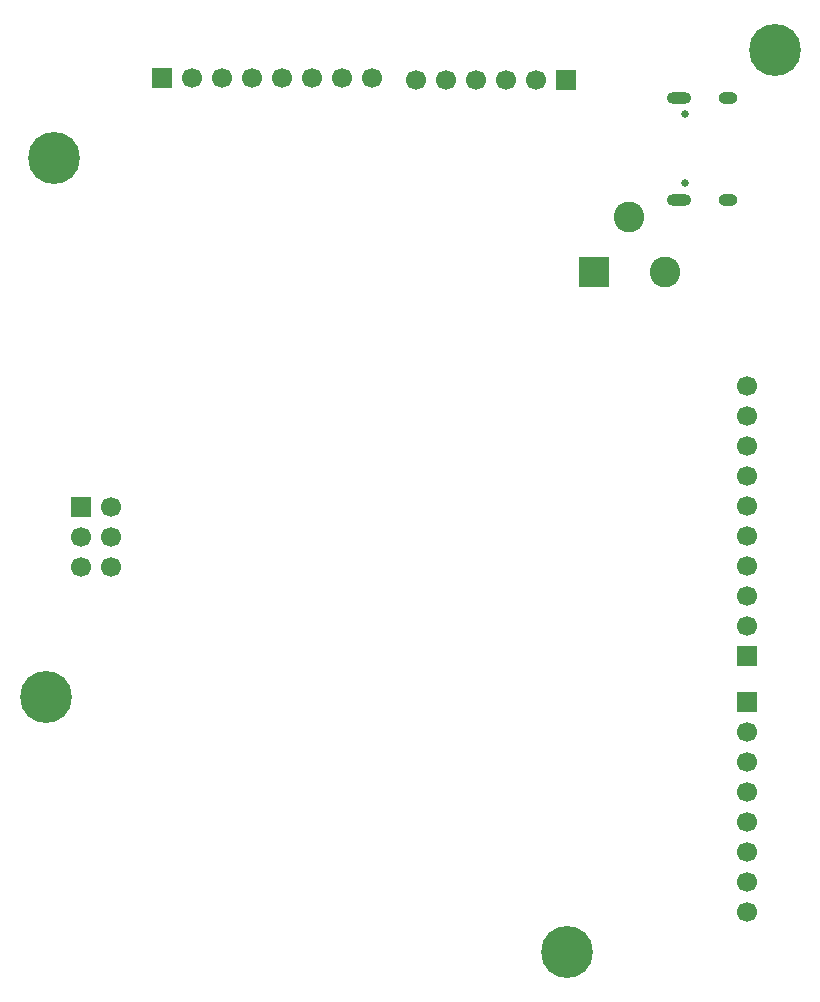
<source format=gbr>
%TF.GenerationSoftware,KiCad,Pcbnew,9.0.2-9.0.2-0~ubuntu22.04.1*%
%TF.CreationDate,2025-06-26T08:40:55+05:30*%
%TF.ProjectId,ARDUNIO_ADV,41524455-4e49-44f5-9f41-44562e6b6963,rev?*%
%TF.SameCoordinates,Original*%
%TF.FileFunction,Soldermask,Bot*%
%TF.FilePolarity,Negative*%
%FSLAX46Y46*%
G04 Gerber Fmt 4.6, Leading zero omitted, Abs format (unit mm)*
G04 Created by KiCad (PCBNEW 9.0.2-9.0.2-0~ubuntu22.04.1) date 2025-06-26 08:40:55*
%MOMM*%
%LPD*%
G01*
G04 APERTURE LIST*
%ADD10C,0.700000*%
%ADD11C,4.400000*%
%ADD12C,0.650000*%
%ADD13O,2.100000X1.000000*%
%ADD14O,1.600000X1.000000*%
%ADD15R,2.600000X2.600000*%
%ADD16C,2.600000*%
%ADD17R,1.700000X1.700000*%
%ADD18C,1.700000*%
G04 APERTURE END LIST*
D10*
%TO.C,H4*%
X109300000Y-75200000D03*
X109783274Y-74033274D03*
X109783274Y-76366726D03*
X110950000Y-73550000D03*
D11*
X110950000Y-75200000D03*
D10*
X110950000Y-76850000D03*
X112116726Y-74033274D03*
X112116726Y-76366726D03*
X112600000Y-75200000D03*
%TD*%
D12*
%TO.C,USB-C*%
X164430000Y-77300000D03*
X164430000Y-71520000D03*
D13*
X163900000Y-78730000D03*
D14*
X168080000Y-78730000D03*
D13*
X163900000Y-70090000D03*
D14*
X168080000Y-70090000D03*
%TD*%
D15*
%TO.C,12V IN*%
X156700000Y-84900000D03*
D16*
X162700000Y-84900000D03*
X159700000Y-80200000D03*
%TD*%
D17*
%TO.C,J3-1*%
X154360000Y-68570000D03*
D18*
X151820000Y-68570000D03*
X149280000Y-68570000D03*
X146740000Y-68570000D03*
X144200000Y-68570000D03*
X141660000Y-68570000D03*
%TD*%
D17*
%TO.C,J2-1*%
X120090000Y-68440000D03*
D18*
X122630000Y-68440000D03*
X125170000Y-68440000D03*
X127710000Y-68440000D03*
X130250000Y-68440000D03*
X132790000Y-68440000D03*
X135330000Y-68440000D03*
X137870000Y-68440000D03*
%TD*%
D17*
%TO.C,J1-1*%
X169650000Y-117390000D03*
D18*
X169650000Y-114850000D03*
X169650000Y-112310000D03*
X169650000Y-109770000D03*
X169650000Y-107230000D03*
X169650000Y-104690000D03*
X169650000Y-102150000D03*
X169650000Y-99610000D03*
X169650000Y-97070000D03*
X169650000Y-94530000D03*
%TD*%
D10*
%TO.C,H2*%
X152750000Y-142450000D03*
X153233274Y-141283274D03*
X153233274Y-143616726D03*
X154400000Y-140800000D03*
D11*
X154400000Y-142450000D03*
D10*
X154400000Y-144100000D03*
X155566726Y-141283274D03*
X155566726Y-143616726D03*
X156050000Y-142450000D03*
%TD*%
D17*
%TO.C,J1*%
X113309400Y-104749600D03*
D18*
X115849400Y-104749600D03*
X113309400Y-107289600D03*
X115849400Y-107289600D03*
X113309400Y-109829600D03*
X115849400Y-109829600D03*
%TD*%
D17*
%TO.C,J4-1*%
X169700000Y-121240000D03*
D18*
X169700000Y-123780000D03*
X169700000Y-126320000D03*
X169700000Y-128860000D03*
X169700000Y-131400000D03*
X169700000Y-133940000D03*
X169700000Y-136480000D03*
X169700000Y-139020000D03*
%TD*%
D10*
%TO.C,H1*%
X170366726Y-66066726D03*
X170850000Y-64900000D03*
X170850000Y-67233452D03*
X172016726Y-64416726D03*
D11*
X172016726Y-66066726D03*
D10*
X172016726Y-67716726D03*
X173183452Y-64900000D03*
X173183452Y-67233452D03*
X173666726Y-66066726D03*
%TD*%
%TO.C,H3*%
X108616726Y-120883274D03*
X109100000Y-119716548D03*
X109100000Y-122050000D03*
X110266726Y-119233274D03*
D11*
X110266726Y-120883274D03*
D10*
X110266726Y-122533274D03*
X111433452Y-119716548D03*
X111433452Y-122050000D03*
X111916726Y-120883274D03*
%TD*%
M02*

</source>
